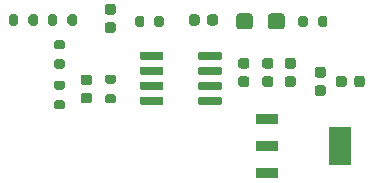
<source format=gbr>
%TF.GenerationSoftware,KiCad,Pcbnew,(5.1.10)-1*%
%TF.CreationDate,2022-02-05T14:04:05-05:00*%
%TF.ProjectId,Strain_Guage_Schematic,53747261-696e-45f4-9775-6167655f5363,rev?*%
%TF.SameCoordinates,Original*%
%TF.FileFunction,Paste,Top*%
%TF.FilePolarity,Positive*%
%FSLAX46Y46*%
G04 Gerber Fmt 4.6, Leading zero omitted, Abs format (unit mm)*
G04 Created by KiCad (PCBNEW (5.1.10)-1) date 2022-02-05 14:04:05*
%MOMM*%
%LPD*%
G01*
G04 APERTURE LIST*
%ADD10R,1.840000X0.930000*%
%ADD11R,1.840000X3.190000*%
G04 APERTURE END LIST*
%TO.C,C1*%
G36*
G01*
X91237000Y-46642000D02*
X90737000Y-46642000D01*
G75*
G02*
X90512000Y-46417000I0J225000D01*
G01*
X90512000Y-45967000D01*
G75*
G02*
X90737000Y-45742000I225000J0D01*
G01*
X91237000Y-45742000D01*
G75*
G02*
X91462000Y-45967000I0J-225000D01*
G01*
X91462000Y-46417000D01*
G75*
G02*
X91237000Y-46642000I-225000J0D01*
G01*
G37*
G36*
G01*
X91237000Y-48192000D02*
X90737000Y-48192000D01*
G75*
G02*
X90512000Y-47967000I0J225000D01*
G01*
X90512000Y-47517000D01*
G75*
G02*
X90737000Y-47292000I225000J0D01*
G01*
X91237000Y-47292000D01*
G75*
G02*
X91462000Y-47517000I0J-225000D01*
G01*
X91462000Y-47967000D01*
G75*
G02*
X91237000Y-48192000I-225000J0D01*
G01*
G37*
%TD*%
%TO.C,C2*%
G36*
G01*
X93142000Y-48192000D02*
X92642000Y-48192000D01*
G75*
G02*
X92417000Y-47967000I0J225000D01*
G01*
X92417000Y-47517000D01*
G75*
G02*
X92642000Y-47292000I225000J0D01*
G01*
X93142000Y-47292000D01*
G75*
G02*
X93367000Y-47517000I0J-225000D01*
G01*
X93367000Y-47967000D01*
G75*
G02*
X93142000Y-48192000I-225000J0D01*
G01*
G37*
G36*
G01*
X93142000Y-46642000D02*
X92642000Y-46642000D01*
G75*
G02*
X92417000Y-46417000I0J225000D01*
G01*
X92417000Y-45967000D01*
G75*
G02*
X92642000Y-45742000I225000J0D01*
G01*
X93142000Y-45742000D01*
G75*
G02*
X93367000Y-45967000I0J-225000D01*
G01*
X93367000Y-46417000D01*
G75*
G02*
X93142000Y-46642000I-225000J0D01*
G01*
G37*
%TD*%
%TO.C,C3*%
G36*
G01*
X98297000Y-47979000D02*
X98297000Y-47479000D01*
G75*
G02*
X98522000Y-47254000I225000J0D01*
G01*
X98972000Y-47254000D01*
G75*
G02*
X99197000Y-47479000I0J-225000D01*
G01*
X99197000Y-47979000D01*
G75*
G02*
X98972000Y-48204000I-225000J0D01*
G01*
X98522000Y-48204000D01*
G75*
G02*
X98297000Y-47979000I0J225000D01*
G01*
G37*
G36*
G01*
X96747000Y-47979000D02*
X96747000Y-47479000D01*
G75*
G02*
X96972000Y-47254000I225000J0D01*
G01*
X97422000Y-47254000D01*
G75*
G02*
X97647000Y-47479000I0J-225000D01*
G01*
X97647000Y-47979000D01*
G75*
G02*
X97422000Y-48204000I-225000J0D01*
G01*
X96972000Y-48204000D01*
G75*
G02*
X96747000Y-47979000I0J225000D01*
G01*
G37*
%TD*%
%TO.C,C4*%
G36*
G01*
X88302000Y-43074001D02*
X88302000Y-42223999D01*
G75*
G02*
X88551999Y-41974000I249999J0D01*
G01*
X89452001Y-41974000D01*
G75*
G02*
X89702000Y-42223999I0J-249999D01*
G01*
X89702000Y-43074001D01*
G75*
G02*
X89452001Y-43324000I-249999J0D01*
G01*
X88551999Y-43324000D01*
G75*
G02*
X88302000Y-43074001I0J249999D01*
G01*
G37*
G36*
G01*
X91002000Y-43074001D02*
X91002000Y-42223999D01*
G75*
G02*
X91251999Y-41974000I249999J0D01*
G01*
X92152001Y-41974000D01*
G75*
G02*
X92402000Y-42223999I0J-249999D01*
G01*
X92402000Y-43074001D01*
G75*
G02*
X92152001Y-43324000I-249999J0D01*
G01*
X91251999Y-43324000D01*
G75*
G02*
X91002000Y-43074001I0J249999D01*
G01*
G37*
%TD*%
%TO.C,C5*%
G36*
G01*
X89205000Y-48192000D02*
X88705000Y-48192000D01*
G75*
G02*
X88480000Y-47967000I0J225000D01*
G01*
X88480000Y-47517000D01*
G75*
G02*
X88705000Y-47292000I225000J0D01*
G01*
X89205000Y-47292000D01*
G75*
G02*
X89430000Y-47517000I0J-225000D01*
G01*
X89430000Y-47967000D01*
G75*
G02*
X89205000Y-48192000I-225000J0D01*
G01*
G37*
G36*
G01*
X89205000Y-46642000D02*
X88705000Y-46642000D01*
G75*
G02*
X88480000Y-46417000I0J225000D01*
G01*
X88480000Y-45967000D01*
G75*
G02*
X88705000Y-45742000I225000J0D01*
G01*
X89205000Y-45742000D01*
G75*
G02*
X89430000Y-45967000I0J-225000D01*
G01*
X89430000Y-46417000D01*
G75*
G02*
X89205000Y-46642000I-225000J0D01*
G01*
G37*
%TD*%
%TO.C,C6*%
G36*
G01*
X77902000Y-43620000D02*
X77402000Y-43620000D01*
G75*
G02*
X77177000Y-43395000I0J225000D01*
G01*
X77177000Y-42945000D01*
G75*
G02*
X77402000Y-42720000I225000J0D01*
G01*
X77902000Y-42720000D01*
G75*
G02*
X78127000Y-42945000I0J-225000D01*
G01*
X78127000Y-43395000D01*
G75*
G02*
X77902000Y-43620000I-225000J0D01*
G01*
G37*
G36*
G01*
X77902000Y-42070000D02*
X77402000Y-42070000D01*
G75*
G02*
X77177000Y-41845000I0J225000D01*
G01*
X77177000Y-41395000D01*
G75*
G02*
X77402000Y-41170000I225000J0D01*
G01*
X77902000Y-41170000D01*
G75*
G02*
X78127000Y-41395000I0J-225000D01*
G01*
X78127000Y-41845000D01*
G75*
G02*
X77902000Y-42070000I-225000J0D01*
G01*
G37*
%TD*%
%TO.C,C7*%
G36*
G01*
X95682000Y-48954000D02*
X95182000Y-48954000D01*
G75*
G02*
X94957000Y-48729000I0J225000D01*
G01*
X94957000Y-48279000D01*
G75*
G02*
X95182000Y-48054000I225000J0D01*
G01*
X95682000Y-48054000D01*
G75*
G02*
X95907000Y-48279000I0J-225000D01*
G01*
X95907000Y-48729000D01*
G75*
G02*
X95682000Y-48954000I-225000J0D01*
G01*
G37*
G36*
G01*
X95682000Y-47404000D02*
X95182000Y-47404000D01*
G75*
G02*
X94957000Y-47179000I0J225000D01*
G01*
X94957000Y-46729000D01*
G75*
G02*
X95182000Y-46504000I225000J0D01*
G01*
X95682000Y-46504000D01*
G75*
G02*
X95907000Y-46729000I0J-225000D01*
G01*
X95907000Y-47179000D01*
G75*
G02*
X95682000Y-47404000I-225000J0D01*
G01*
G37*
%TD*%
%TO.C,C8*%
G36*
G01*
X85851000Y-42772000D02*
X85851000Y-42272000D01*
G75*
G02*
X86076000Y-42047000I225000J0D01*
G01*
X86526000Y-42047000D01*
G75*
G02*
X86751000Y-42272000I0J-225000D01*
G01*
X86751000Y-42772000D01*
G75*
G02*
X86526000Y-42997000I-225000J0D01*
G01*
X86076000Y-42997000D01*
G75*
G02*
X85851000Y-42772000I0J225000D01*
G01*
G37*
G36*
G01*
X84301000Y-42772000D02*
X84301000Y-42272000D01*
G75*
G02*
X84526000Y-42047000I225000J0D01*
G01*
X84976000Y-42047000D01*
G75*
G02*
X85201000Y-42272000I0J-225000D01*
G01*
X85201000Y-42772000D01*
G75*
G02*
X84976000Y-42997000I-225000J0D01*
G01*
X84526000Y-42997000D01*
G75*
G02*
X84301000Y-42772000I0J225000D01*
G01*
G37*
%TD*%
%TO.C,C9*%
G36*
G01*
X75870000Y-48039000D02*
X75370000Y-48039000D01*
G75*
G02*
X75145000Y-47814000I0J225000D01*
G01*
X75145000Y-47364000D01*
G75*
G02*
X75370000Y-47139000I225000J0D01*
G01*
X75870000Y-47139000D01*
G75*
G02*
X76095000Y-47364000I0J-225000D01*
G01*
X76095000Y-47814000D01*
G75*
G02*
X75870000Y-48039000I-225000J0D01*
G01*
G37*
G36*
G01*
X75870000Y-49589000D02*
X75370000Y-49589000D01*
G75*
G02*
X75145000Y-49364000I0J225000D01*
G01*
X75145000Y-48914000D01*
G75*
G02*
X75370000Y-48689000I225000J0D01*
G01*
X75870000Y-48689000D01*
G75*
G02*
X76095000Y-48914000I0J-225000D01*
G01*
X76095000Y-49364000D01*
G75*
G02*
X75870000Y-49589000I-225000J0D01*
G01*
G37*
%TD*%
%TO.C,R2*%
G36*
G01*
X77377000Y-47139000D02*
X77927000Y-47139000D01*
G75*
G02*
X78127000Y-47339000I0J-200000D01*
G01*
X78127000Y-47739000D01*
G75*
G02*
X77927000Y-47939000I-200000J0D01*
G01*
X77377000Y-47939000D01*
G75*
G02*
X77177000Y-47739000I0J200000D01*
G01*
X77177000Y-47339000D01*
G75*
G02*
X77377000Y-47139000I200000J0D01*
G01*
G37*
G36*
G01*
X77377000Y-48789000D02*
X77927000Y-48789000D01*
G75*
G02*
X78127000Y-48989000I0J-200000D01*
G01*
X78127000Y-49389000D01*
G75*
G02*
X77927000Y-49589000I-200000J0D01*
G01*
X77377000Y-49589000D01*
G75*
G02*
X77177000Y-49389000I0J200000D01*
G01*
X77177000Y-48989000D01*
G75*
G02*
X77377000Y-48789000I200000J0D01*
G01*
G37*
%TD*%
%TO.C,R3*%
G36*
G01*
X79729000Y-42924000D02*
X79729000Y-42374000D01*
G75*
G02*
X79929000Y-42174000I200000J0D01*
G01*
X80329000Y-42174000D01*
G75*
G02*
X80529000Y-42374000I0J-200000D01*
G01*
X80529000Y-42924000D01*
G75*
G02*
X80329000Y-43124000I-200000J0D01*
G01*
X79929000Y-43124000D01*
G75*
G02*
X79729000Y-42924000I0J200000D01*
G01*
G37*
G36*
G01*
X81379000Y-42924000D02*
X81379000Y-42374000D01*
G75*
G02*
X81579000Y-42174000I200000J0D01*
G01*
X81979000Y-42174000D01*
G75*
G02*
X82179000Y-42374000I0J-200000D01*
G01*
X82179000Y-42924000D01*
G75*
G02*
X81979000Y-43124000I-200000J0D01*
G01*
X81579000Y-43124000D01*
G75*
G02*
X81379000Y-42924000I0J200000D01*
G01*
G37*
%TD*%
%TO.C,R4*%
G36*
G01*
X95222000Y-42924000D02*
X95222000Y-42374000D01*
G75*
G02*
X95422000Y-42174000I200000J0D01*
G01*
X95822000Y-42174000D01*
G75*
G02*
X96022000Y-42374000I0J-200000D01*
G01*
X96022000Y-42924000D01*
G75*
G02*
X95822000Y-43124000I-200000J0D01*
G01*
X95422000Y-43124000D01*
G75*
G02*
X95222000Y-42924000I0J200000D01*
G01*
G37*
G36*
G01*
X93572000Y-42924000D02*
X93572000Y-42374000D01*
G75*
G02*
X93772000Y-42174000I200000J0D01*
G01*
X94172000Y-42174000D01*
G75*
G02*
X94372000Y-42374000I0J-200000D01*
G01*
X94372000Y-42924000D01*
G75*
G02*
X94172000Y-43124000I-200000J0D01*
G01*
X93772000Y-43124000D01*
G75*
G02*
X93572000Y-42924000I0J200000D01*
G01*
G37*
%TD*%
%TO.C,R6*%
G36*
G01*
X73609000Y-46668000D02*
X73059000Y-46668000D01*
G75*
G02*
X72859000Y-46468000I0J200000D01*
G01*
X72859000Y-46068000D01*
G75*
G02*
X73059000Y-45868000I200000J0D01*
G01*
X73609000Y-45868000D01*
G75*
G02*
X73809000Y-46068000I0J-200000D01*
G01*
X73809000Y-46468000D01*
G75*
G02*
X73609000Y-46668000I-200000J0D01*
G01*
G37*
G36*
G01*
X73609000Y-45018000D02*
X73059000Y-45018000D01*
G75*
G02*
X72859000Y-44818000I0J200000D01*
G01*
X72859000Y-44418000D01*
G75*
G02*
X73059000Y-44218000I200000J0D01*
G01*
X73609000Y-44218000D01*
G75*
G02*
X73809000Y-44418000I0J-200000D01*
G01*
X73809000Y-44818000D01*
G75*
G02*
X73609000Y-45018000I-200000J0D01*
G01*
G37*
%TD*%
%TO.C,R7*%
G36*
G01*
X74013000Y-42797000D02*
X74013000Y-42247000D01*
G75*
G02*
X74213000Y-42047000I200000J0D01*
G01*
X74613000Y-42047000D01*
G75*
G02*
X74813000Y-42247000I0J-200000D01*
G01*
X74813000Y-42797000D01*
G75*
G02*
X74613000Y-42997000I-200000J0D01*
G01*
X74213000Y-42997000D01*
G75*
G02*
X74013000Y-42797000I0J200000D01*
G01*
G37*
G36*
G01*
X72363000Y-42797000D02*
X72363000Y-42247000D01*
G75*
G02*
X72563000Y-42047000I200000J0D01*
G01*
X72963000Y-42047000D01*
G75*
G02*
X73163000Y-42247000I0J-200000D01*
G01*
X73163000Y-42797000D01*
G75*
G02*
X72963000Y-42997000I-200000J0D01*
G01*
X72563000Y-42997000D01*
G75*
G02*
X72363000Y-42797000I0J200000D01*
G01*
G37*
%TD*%
%TO.C,R8*%
G36*
G01*
X69061000Y-42797000D02*
X69061000Y-42247000D01*
G75*
G02*
X69261000Y-42047000I200000J0D01*
G01*
X69661000Y-42047000D01*
G75*
G02*
X69861000Y-42247000I0J-200000D01*
G01*
X69861000Y-42797000D01*
G75*
G02*
X69661000Y-42997000I-200000J0D01*
G01*
X69261000Y-42997000D01*
G75*
G02*
X69061000Y-42797000I0J200000D01*
G01*
G37*
G36*
G01*
X70711000Y-42797000D02*
X70711000Y-42247000D01*
G75*
G02*
X70911000Y-42047000I200000J0D01*
G01*
X71311000Y-42047000D01*
G75*
G02*
X71511000Y-42247000I0J-200000D01*
G01*
X71511000Y-42797000D01*
G75*
G02*
X71311000Y-42997000I-200000J0D01*
G01*
X70911000Y-42997000D01*
G75*
G02*
X70711000Y-42797000I0J200000D01*
G01*
G37*
%TD*%
%TO.C,R9*%
G36*
G01*
X73609000Y-48447000D02*
X73059000Y-48447000D01*
G75*
G02*
X72859000Y-48247000I0J200000D01*
G01*
X72859000Y-47847000D01*
G75*
G02*
X73059000Y-47647000I200000J0D01*
G01*
X73609000Y-47647000D01*
G75*
G02*
X73809000Y-47847000I0J-200000D01*
G01*
X73809000Y-48247000D01*
G75*
G02*
X73609000Y-48447000I-200000J0D01*
G01*
G37*
G36*
G01*
X73609000Y-50097000D02*
X73059000Y-50097000D01*
G75*
G02*
X72859000Y-49897000I0J200000D01*
G01*
X72859000Y-49497000D01*
G75*
G02*
X73059000Y-49297000I200000J0D01*
G01*
X73609000Y-49297000D01*
G75*
G02*
X73809000Y-49497000I0J-200000D01*
G01*
X73809000Y-49897000D01*
G75*
G02*
X73609000Y-50097000I-200000J0D01*
G01*
G37*
%TD*%
%TO.C,U1*%
G36*
G01*
X87076000Y-49122000D02*
X87076000Y-49638000D01*
G75*
G02*
X87034000Y-49680000I-42000J0D01*
G01*
X85148000Y-49680000D01*
G75*
G02*
X85106000Y-49638000I0J42000D01*
G01*
X85106000Y-49122000D01*
G75*
G02*
X85148000Y-49080000I42000J0D01*
G01*
X87034000Y-49080000D01*
G75*
G02*
X87076000Y-49122000I0J-42000D01*
G01*
G37*
G36*
G01*
X87076000Y-47852000D02*
X87076000Y-48368000D01*
G75*
G02*
X87034000Y-48410000I-42000J0D01*
G01*
X85148000Y-48410000D01*
G75*
G02*
X85106000Y-48368000I0J42000D01*
G01*
X85106000Y-47852000D01*
G75*
G02*
X85148000Y-47810000I42000J0D01*
G01*
X87034000Y-47810000D01*
G75*
G02*
X87076000Y-47852000I0J-42000D01*
G01*
G37*
G36*
G01*
X87076000Y-46582000D02*
X87076000Y-47098000D01*
G75*
G02*
X87034000Y-47140000I-42000J0D01*
G01*
X85148000Y-47140000D01*
G75*
G02*
X85106000Y-47098000I0J42000D01*
G01*
X85106000Y-46582000D01*
G75*
G02*
X85148000Y-46540000I42000J0D01*
G01*
X87034000Y-46540000D01*
G75*
G02*
X87076000Y-46582000I0J-42000D01*
G01*
G37*
G36*
G01*
X87076000Y-45312000D02*
X87076000Y-45828000D01*
G75*
G02*
X87034000Y-45870000I-42000J0D01*
G01*
X85148000Y-45870000D01*
G75*
G02*
X85106000Y-45828000I0J42000D01*
G01*
X85106000Y-45312000D01*
G75*
G02*
X85148000Y-45270000I42000J0D01*
G01*
X87034000Y-45270000D01*
G75*
G02*
X87076000Y-45312000I0J-42000D01*
G01*
G37*
G36*
G01*
X82136000Y-45312000D02*
X82136000Y-45828000D01*
G75*
G02*
X82094000Y-45870000I-42000J0D01*
G01*
X80208000Y-45870000D01*
G75*
G02*
X80166000Y-45828000I0J42000D01*
G01*
X80166000Y-45312000D01*
G75*
G02*
X80208000Y-45270000I42000J0D01*
G01*
X82094000Y-45270000D01*
G75*
G02*
X82136000Y-45312000I0J-42000D01*
G01*
G37*
G36*
G01*
X82136000Y-46582000D02*
X82136000Y-47098000D01*
G75*
G02*
X82094000Y-47140000I-42000J0D01*
G01*
X80208000Y-47140000D01*
G75*
G02*
X80166000Y-47098000I0J42000D01*
G01*
X80166000Y-46582000D01*
G75*
G02*
X80208000Y-46540000I42000J0D01*
G01*
X82094000Y-46540000D01*
G75*
G02*
X82136000Y-46582000I0J-42000D01*
G01*
G37*
G36*
G01*
X82136000Y-47852000D02*
X82136000Y-48368000D01*
G75*
G02*
X82094000Y-48410000I-42000J0D01*
G01*
X80208000Y-48410000D01*
G75*
G02*
X80166000Y-48368000I0J42000D01*
G01*
X80166000Y-47852000D01*
G75*
G02*
X80208000Y-47810000I42000J0D01*
G01*
X82094000Y-47810000D01*
G75*
G02*
X82136000Y-47852000I0J-42000D01*
G01*
G37*
G36*
G01*
X82136000Y-49122000D02*
X82136000Y-49638000D01*
G75*
G02*
X82094000Y-49680000I-42000J0D01*
G01*
X80208000Y-49680000D01*
G75*
G02*
X80166000Y-49638000I0J42000D01*
G01*
X80166000Y-49122000D01*
G75*
G02*
X80208000Y-49080000I42000J0D01*
G01*
X82094000Y-49080000D01*
G75*
G02*
X82136000Y-49122000I0J-42000D01*
G01*
G37*
%TD*%
D10*
%TO.C,VR1*%
X90950000Y-50890000D03*
X90950000Y-53190000D03*
X90950000Y-55490000D03*
D11*
X97120000Y-53190000D03*
%TD*%
M02*

</source>
